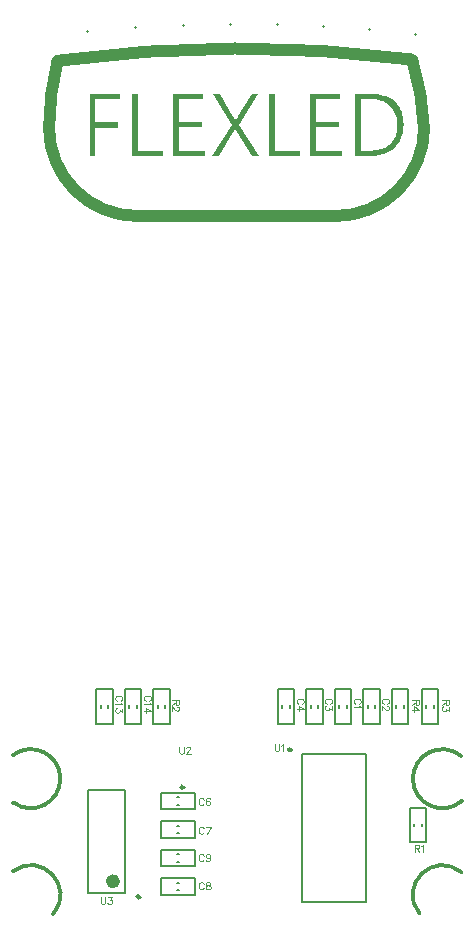
<source format=gto>
%FSTAX23Y23*%
%MOMM*%
%SFA1B1*%

%IPPOS*%
%ADD10C,0.299999*%
%ADD11C,0.250000*%
%ADD12C,0.599999*%
%ADD13C,0.999998*%
%ADD14C,0.180000*%
%ADD15C,0.200000*%
%ADD16C,0.253999*%
%ADD17C,0.120000*%
%LNpcb1-1*%
%LPD*%
G36*
X17637Y55381D02*
X19287Y52725D01*
X18691*
X17481Y54727*
X17471Y54737*
X17451Y54776*
X17432Y54824*
X17393Y54883*
X17383Y54903*
X17373Y54932*
X17344Y54991*
X17324Y55039*
X17305*
X17295Y55029*
X17285Y55*
X17256Y54951*
X17227Y54893*
X17217Y54883*
X17197Y54844*
X17178Y54785*
X17139Y54727*
X15899Y52725*
X15303*
X17012Y55371*
X1542Y57988*
X16016*
X17139Y56064*
X17149Y56055*
X17168Y56016*
X17197Y55957*
X17237Y55889*
X17246Y55869*
X17266Y5583*
X17295Y55772*
X17334Y55703*
X17344*
Y55713*
X17354Y55723*
X17373Y55772*
X17403Y5583*
X17442Y55898*
X17451Y55918*
X17481Y55957*
X1751Y56016*
X17539Y56074*
X18691Y57988*
X19248*
X17637Y55381*
G37*
G36*
X29041Y57978D02*
X29148Y57968D01*
X29285Y57949*
X29431Y57929*
X29578Y5791*
X2991Y57832*
X30086Y57773*
X30252Y57715*
X30418Y57636*
X30584Y57549*
X3073Y57451*
X30867Y57334*
X30877Y57324*
X30896Y57304*
X30935Y57265*
X30974Y57217*
X31023Y57148*
X31082Y5706*
X3115Y56963*
X31218Y56855*
X31277Y56728*
X31345Y56582*
X31404Y56426*
X31453Y5626*
X31492Y56064*
X31531Y55869*
X3155Y55654*
X3156Y5542*
Y5541*
Y55391*
Y55361*
Y55322*
X3155Y55264*
Y55205*
X3154Y55059*
X31511Y54883*
X31482Y54698*
X31433Y54512*
X31365Y54317*
Y54307*
X31355Y54297*
X31345Y54268*
X31326Y54229*
X31287Y54141*
X31218Y54024*
X3114Y53887*
X31042Y53741*
X30925Y53594*
X30798Y53458*
X30779Y53438*
X3073Y53399*
X30662Y5334*
X30554Y53262*
X30427Y53174*
X30271Y53077*
X30105Y52989*
X2992Y52911*
X2991*
X299Y52901*
X29871Y52891*
X29832Y52881*
X29783Y52872*
X29724Y52852*
X29578Y52823*
X29412Y52784*
X29207Y52755*
X28992Y52735*
X28758Y52725*
X2744*
Y57988*
X28943*
X29041Y57978*
G37*
G36*
X26219Y57539D02*
X24149D01*
Y55606*
X26073*
Y55166*
X24149*
Y53174*
X26346*
Y52725*
X23661*
Y57988*
X26219*
Y57539*
G37*
G36*
X20654Y53174D02*
X22773D01*
Y52725*
X20166*
Y57988*
X20654*
Y53174*
G37*
G36*
X1461Y57539D02*
X1254D01*
Y55606*
X14464*
Y55166*
X1254*
Y53174*
X14737*
Y52725*
X12052*
Y57988*
X1461*
Y57539*
G37*
G36*
X09045Y53174D02*
X11163D01*
Y52725*
X08557*
Y57988*
X09045*
Y53174*
G37*
G36*
X07541Y57539D02*
X05461D01*
Y55557*
X07385*
Y55108*
X05461*
Y52725*
X04973*
Y57988*
X07541*
Y57539*
G37*
%LNpcb1-2*%
%LPC*%
G36*
X28787Y57539D02*
X27928D01*
Y53174*
X28816*
X28924Y53184*
X2906Y53194*
X29207Y53213*
X29373Y53233*
X29539Y53272*
X29705Y53321*
X29715*
X29724Y53331*
X29773Y5335*
X29861Y53379*
X29959Y53428*
X30066Y53487*
X30193Y53565*
X3031Y53653*
X30427Y5375*
X30437Y5376*
X30476Y53799*
X30535Y53858*
X30603Y53946*
X30671Y54043*
X3075Y54161*
X30818Y54297*
X30886Y54444*
Y54453*
X30896Y54463*
X30916Y54522*
X30935Y5461*
X30964Y54727*
X30994Y54864*
X31023Y55029*
X31033Y55215*
X31042Y5541*
Y5542*
Y5543*
Y55459*
Y55498*
X31033Y55606*
X31003Y55742*
X30974Y55908*
X30925Y56084*
X30857Y56279*
X30759Y56475*
X30642Y5667*
X30496Y56865*
X3031Y57041*
X30203Y57129*
X30095Y57207*
X29968Y57275*
X29832Y57344*
X29685Y57402*
X29529Y57451*
X29363Y5749*
X29187Y57519*
X28992Y57529*
X28787Y57539*
G37*
%LNpcb1-3*%
%LPD*%
G54D10*
X3642Y01936D02*
D01*
D01*
G75*
G03X36516Y-01868I-01572J-01943D01*
G74*G01*
X36452Y-07918D02*
D01*
D01*
G75*
G03X32898Y-114I-01605J-01916D01*
G74*G01*
X01904Y-11448D02*
D01*
D01*
G75*
G03X-01499Y-07828I-01904J01619D01*
G74*G01*
X-0147Y-02021D02*
D01*
D01*
G75*
G03X-01499Y01999I01470J02021D01*
G74*G01*
G54D11*
X22049Y02454D02*
D01*
D01*
G75*
G03X21799I-00124J0D01*
G74*G01*
D01*
G75*
G03X22049I00125J0D01*
G74*G01*
X12948Y-00717D02*
D01*
D01*
G75*
G03X12698I-00124J0D01*
G74*G01*
D01*
G75*
G03X12948I00125J0D01*
G74*G01*
X09222Y-09999D02*
D01*
D01*
G75*
G03X08972I-00125J0D01*
G74*G01*
D01*
G75*
G03X09222I00125J0D01*
G74*G01*
G54D12*
X07247Y-08689D02*
D01*
D01*
G75*
G03X06647I-00300J0D01*
G74*G01*
D01*
G75*
G03X07247I00299J0D01*
G74*G01*
G54D13*
X25801Y47638D02*
D01*
D01*
G75*
G03X33301Y55138I0J07499D01*
G74*G01*
X01537D02*
D01*
D01*
G75*
G03X09037Y47638I07500J0D01*
G74*G01*
X32142Y60906D02*
D01*
D01*
G75*
G03X02406Y60802I-14468J-113457D01*
G74*G01*
X02264Y60783D02*
D01*
D01*
G75*
G03X01549Y55133I22379J-05701D01*
G74*G01*
X33291Y55041D02*
D01*
D01*
G75*
G03X32307Y60812I-23078J-00966D01*
G74*G01*
X09037Y47638D02*
X25801D01*
G54D14*
X33486Y-05366D02*
Y-02466D01*
X32086Y-05366D02*
Y-02466D01*
X33486*
X32086Y-05366D02*
X33486D01*
X34502Y04666D02*
Y07566D01*
X33102Y04666D02*
Y07566D01*
X34502*
X33102Y04666D02*
X34502D01*
X31962D02*
Y07566D01*
X30562Y04666D02*
Y07566D01*
X31962*
X30562Y04666D02*
X31962D01*
X28149D02*
Y07566D01*
X29549Y04666D02*
Y07566D01*
X28149Y04666D02*
X29549D01*
X28149Y07566D02*
X29549D01*
X25736Y04666D02*
Y07566D01*
X27136Y04666D02*
Y07566D01*
X25736Y04666D02*
X27136D01*
X25736Y07566D02*
X27136D01*
X23323Y04666D02*
Y07566D01*
X24723Y04666D02*
Y07566D01*
X23323Y04666D02*
X24723D01*
X23323Y07566D02*
X24723D01*
X2091Y04666D02*
Y07566D01*
X2231Y04666D02*
Y07566D01*
X2091Y04666D02*
X2231D01*
X2091Y07566D02*
X2231D01*
X13916Y-02584D02*
Y-01184D01*
X11016Y-02584D02*
Y-01184D01*
Y-02584D02*
X13916D01*
X11016Y-01184D02*
X13916D01*
Y-04997D02*
Y-03597D01*
X11016Y-04997D02*
Y-03597D01*
Y-04997D02*
X13916D01*
X11016Y-03597D02*
X13916D01*
Y-09823D02*
Y-08423D01*
X11016Y-09823D02*
Y-08423D01*
Y-09823D02*
X13916D01*
X11016Y-08423D02*
X13916D01*
Y-0741D02*
Y-0601D01*
X11016Y-0741D02*
Y-0601D01*
Y-0741D02*
X13916D01*
X11016Y-0601D02*
X13916D01*
X10369Y04666D02*
X11769D01*
X10369Y07566D02*
X11769D01*
X10369Y04666D02*
Y07566D01*
X11769Y04666D02*
Y07566D01*
X05543D02*
X06943D01*
X05543Y04666D02*
X06943D01*
Y07566*
X05543Y04666D02*
Y07566D01*
X07956D02*
X09356D01*
X07956Y04666D02*
X09356D01*
Y07566*
X07956Y04666D02*
Y07566D01*
G54D15*
X33111Y-04016D02*
Y-03816D01*
X32461Y-04016D02*
Y-03816D01*
X22974Y-1047D02*
Y02129D01*
X28374Y-1047D02*
Y02129D01*
X22974D02*
X28374D01*
X22974Y-1047D02*
X28374D01*
X34127Y06016D02*
Y06216D01*
X33477Y06016D02*
Y06216D01*
X31587Y06016D02*
Y06216D01*
X30937Y06016D02*
Y06216D01*
X28524Y06016D02*
Y06216D01*
X29174Y06016D02*
Y06216D01*
X26111Y06016D02*
Y06216D01*
X26761Y06016D02*
Y06216D01*
X23698Y06016D02*
Y06216D01*
X24348Y06016D02*
Y06216D01*
X21285Y06016D02*
Y06216D01*
X21935Y06016D02*
Y06216D01*
X12366Y-02209D02*
X12566D01*
X12366Y-01559D02*
X12566D01*
X12366Y-04622D02*
X12566D01*
X12366Y-03972D02*
X12566D01*
X07947Y-09689D02*
Y-00989D01*
X04847Y-09689D02*
Y-00989D01*
Y-09689D02*
X07947D01*
X04847Y-00989D02*
X07947D01*
X12366Y-09448D02*
X12566D01*
X12366Y-08798D02*
X12566D01*
X12366Y-07035D02*
X12566D01*
X12366Y-06385D02*
X12566D01*
X10744Y06016D02*
Y06216D01*
X11394Y06016D02*
Y06216D01*
X06568Y06016D02*
Y06216D01*
X05918Y06016D02*
Y06216D01*
X08981Y06016D02*
Y06216D01*
X08331Y06016D02*
Y06216D01*
G54D16*
X0475Y63331D02*
X04751Y63326D01*
X12844Y63832D02*
X12845Y63826D01*
X16887Y63887D02*
Y63893D01*
X20824Y63887D02*
Y63893D01*
X24737Y63695D02*
X24737Y63701D01*
X28647Y63505D02*
X28648Y6351D01*
X32554Y63061D02*
X32555Y63067D01*
X08799Y63645D02*
X08799Y63639D01*
G54D17*
X32878Y0665D02*
X32278D01*
X32878D02*
Y06393D01*
X3285Y06307*
X32821Y06278*
X32764Y0625*
X32707*
X3265Y06278*
X32621Y06307*
X32592Y06393*
Y0665*
Y0645D02*
X32278Y0625D01*
X32878Y0583D02*
X32478Y06115D01*
Y05687*
X32878Y0583D02*
X32278D01*
X35418Y0665D02*
X34818D01*
X35418D02*
Y06393D01*
X3539Y06307*
X35361Y06278*
X35304Y0625*
X35247*
X3519Y06278*
X35161Y06307*
X35132Y06393*
Y0665*
Y0645D02*
X34818Y0625D01*
X35418Y06058D02*
Y05744D01*
X3519Y05916*
Y0583*
X35161Y05773*
X35132Y05744*
X35047Y05716*
X3499*
X34904Y05744*
X34847Y05801*
X34818Y05887*
Y05973*
X34847Y06058*
X34875Y06087*
X34933Y06115*
X12558Y0665D02*
X11958D01*
X12558D02*
Y06393D01*
X1253Y06307*
X12501Y06278*
X12444Y0625*
X12387*
X1233Y06278*
X12301Y06307*
X12272Y06393*
Y0665*
Y0645D02*
X11958Y0625D01*
X12415Y06087D02*
X12444D01*
X12501Y06058*
X1253Y0603*
X12558Y05973*
Y05858*
X1253Y05801*
X12501Y05773*
X12444Y05744*
X12387*
X1233Y05773*
X12244Y0583*
X11958Y06115*
Y05716*
X32507Y-05602D02*
Y-06202D01*
Y-05602D02*
X32764D01*
X3285Y-0563*
X32878Y-05659*
X32907Y-05716*
Y-05773*
X32878Y-0583*
X3285Y-05859*
X32764Y-05887*
X32507*
X32707D02*
X32907Y-06202D01*
X33041Y-05716D02*
X33098Y-05687D01*
X33184Y-05602*
Y-06202*
X10028Y06602D02*
X10085Y06631D01*
X10142Y06688*
X10171Y06745*
Y06859*
X10142Y06916*
X10085Y06974*
X10028Y07002*
X09942Y07031*
X09799*
X09713Y07002*
X09656Y06974*
X09599Y06916*
X09571Y06859*
Y06745*
X09599Y06688*
X09656Y06631*
X09713Y06602*
X10056Y06434D02*
X10085Y06377D01*
X10171Y06291*
X09571*
X10171Y05708D02*
X09771Y05994D01*
Y05565*
X10171Y05708D02*
X09571D01*
X07615Y06602D02*
X07672Y06631D01*
X07729Y06688*
X07758Y06745*
Y06859*
X07729Y06916*
X07672Y06974*
X07615Y07002*
X07529Y07031*
X07386*
X073Y07002*
X07243Y06974*
X07186Y06916*
X07158Y06859*
Y06745*
X07186Y06688*
X07243Y06631*
X073Y06602*
X07643Y06434D02*
X07672Y06377D01*
X07758Y06291*
X07158*
X07758Y05937D02*
Y05622D01*
X07529Y05794*
Y05708*
X075Y05651*
X07472Y05622*
X07386Y05594*
X07329*
X07243Y05622*
X07186Y0568*
X07158Y05765*
Y05851*
X07186Y05937*
X07215Y05965*
X07272Y05994*
X14647Y-06507D02*
X14619Y-06449D01*
X14562Y-06392*
X14505Y-06364*
X1439*
X14333Y-06392*
X14276Y-06449*
X14247Y-06507*
X14219Y-06592*
Y-06735*
X14247Y-06821*
X14276Y-06878*
X14333Y-06935*
X1439Y-06964*
X14505*
X14562Y-06935*
X14619Y-06878*
X14647Y-06821*
X15187Y-06564D02*
X15159Y-06649D01*
X15102Y-06707*
X15016Y-06735*
X14987*
X14902Y-06707*
X14844Y-06649*
X14816Y-06564*
Y-06535*
X14844Y-06449*
X14902Y-06392*
X14987Y-06364*
X15016*
X15102Y-06392*
X15159Y-06449*
X15187Y-06564*
Y-06707*
X15159Y-06849*
X15102Y-06935*
X15016Y-06964*
X14959*
X14873Y-06935*
X14844Y-06878*
X14647Y-0892D02*
X14619Y-08862D01*
X14562Y-08805*
X14505Y-08777*
X1439*
X14333Y-08805*
X14276Y-08862*
X14247Y-0892*
X14219Y-09005*
Y-09148*
X14247Y-09234*
X14276Y-09291*
X14333Y-09348*
X1439Y-09377*
X14505*
X14562Y-09348*
X14619Y-09291*
X14647Y-09234*
X14959Y-08777D02*
X14873Y-08805D01*
X14844Y-08862*
Y-0892*
X14873Y-08977*
X1493Y-09005*
X15044Y-09034*
X1513Y-09062*
X15187Y-0912*
X15216Y-09177*
Y-09262*
X15187Y-0932*
X15159Y-09348*
X15073Y-09377*
X14959*
X14873Y-09348*
X14844Y-0932*
X14816Y-09262*
Y-09177*
X14844Y-0912*
X14902Y-09062*
X14987Y-09034*
X15102Y-09005*
X15159Y-08977*
X15187Y-0892*
Y-08862*
X15159Y-08805*
X15073Y-08777*
X14959*
X14647Y-04195D02*
X14619Y-04138D01*
X14562Y-04081*
X14505Y-04052*
X1439*
X14333Y-04081*
X14276Y-04138*
X14247Y-04195*
X14219Y-04281*
Y-04424*
X14247Y-04509*
X14276Y-04567*
X14333Y-04624*
X1439Y-04652*
X14505*
X14562Y-04624*
X14619Y-04567*
X14647Y-04509*
X15216Y-04052D02*
X1493Y-04652D01*
X14816Y-04052D02*
X15216D01*
X14647Y-01782D02*
X14619Y-01725D01*
X14562Y-01668*
X14505Y-01639*
X1439*
X14333Y-01668*
X14276Y-01725*
X14247Y-01782*
X14219Y-01868*
Y-02011*
X14247Y-02096*
X14276Y-02154*
X14333Y-02211*
X1439Y-02239*
X14505*
X14562Y-02211*
X14619Y-02154*
X14647Y-02096*
X15159Y-01725D02*
X1513Y-01668D01*
X15044Y-01639*
X14987*
X14902Y-01668*
X14844Y-01754*
X14816Y-01896*
Y-02039*
X14844Y-02154*
X14902Y-02211*
X14987Y-02239*
X15016*
X15102Y-02211*
X15159Y-02154*
X15187Y-02068*
Y-02039*
X15159Y-01954*
X15102Y-01896*
X15016Y-01868*
X14987*
X14902Y-01896*
X14844Y-01954*
X14816Y-02039*
X22956Y06348D02*
X23013Y06377D01*
X23071Y06434*
X23099Y06491*
Y06605*
X23071Y06662*
X23013Y0672*
X22956Y06748*
X22871Y06777*
X22728*
X22642Y06748*
X22585Y0672*
X22528Y06662*
X22499Y06605*
Y06491*
X22528Y06434*
X22585Y06377*
X22642Y06348*
X23099Y05894D02*
X22699Y0618D01*
Y05751*
X23099Y05894D02*
X22499D01*
X25369Y06348D02*
X25426Y06377D01*
X25484Y06434*
X25512Y06491*
Y06605*
X25484Y06662*
X25426Y0672*
X25369Y06748*
X25284Y06777*
X25141*
X25055Y06748*
X24998Y0672*
X24941Y06662*
X24912Y06605*
Y06491*
X24941Y06434*
X24998Y06377*
X25055Y06348*
X25512Y06123D02*
Y05808D01*
X25284Y0598*
Y05894*
X25255Y05837*
X25226Y05808*
X25141Y0578*
X25084*
X24998Y05808*
X24941Y05865*
X24912Y05951*
Y06037*
X24941Y06123*
X24969Y06151*
X25027Y0618*
X30195Y06348D02*
X30252Y06377D01*
X3031Y06434*
X30338Y06491*
Y06605*
X3031Y06662*
X30252Y0672*
X30195Y06748*
X3011Y06777*
X29967*
X29881Y06748*
X29824Y0672*
X29767Y06662*
X29738Y06605*
Y06491*
X29767Y06434*
X29824Y06377*
X29881Y06348*
X30195Y06151D02*
X30224D01*
X30281Y06123*
X3031Y06094*
X30338Y06037*
Y05923*
X3031Y05865*
X30281Y05837*
X30224Y05808*
X30167*
X3011Y05837*
X30024Y05894*
X29738Y0618*
Y0578*
X27782Y06348D02*
X27839Y06377D01*
X27897Y06434*
X27925Y06491*
Y06605*
X27897Y06662*
X27839Y0672*
X27782Y06748*
X27697Y06777*
X27554*
X27468Y06748*
X27411Y0672*
X27354Y06662*
X27325Y06605*
Y06491*
X27354Y06434*
X27411Y06377*
X27468Y06348*
X27811Y0618D02*
X27839Y06123D01*
X27925Y06037*
X27325*
X05922Y-10021D02*
Y-1045D01*
X05951Y-10536*
X06008Y-10593*
X06094Y-10621*
X06151*
X06236Y-10593*
X06294Y-10536*
X06322Y-1045*
Y-10021*
X06545D02*
X06859D01*
X06688Y-1025*
X06773*
X06831Y-10278*
X06859Y-10307*
X06888Y-10393*
Y-1045*
X06859Y-10536*
X06802Y-10593*
X06716Y-10621*
X06631*
X06545Y-10593*
X06516Y-10564*
X06488Y-10507*
X12574Y02704D02*
Y02276D01*
X12602Y0219*
X1266Y02133*
X12745Y02105*
X12802*
X12888Y02133*
X12945Y0219*
X12974Y02276*
Y02704*
X13168Y02562D02*
Y0259D01*
X13197Y02647*
X13225Y02676*
X13282Y02704*
X13397*
X13454Y02676*
X13482Y02647*
X13511Y0259*
Y02533*
X13482Y02476*
X13425Y0239*
X13139Y02105*
X13539*
X20645Y02906D02*
Y02478D01*
X20674Y02392*
X20731Y02335*
X20816Y02306*
X20874*
X20959Y02335*
X21016Y02392*
X21045Y02478*
Y02906*
X21211Y02792D02*
X21268Y0282D01*
X21353Y02906*
Y02306*
M02*
</source>
